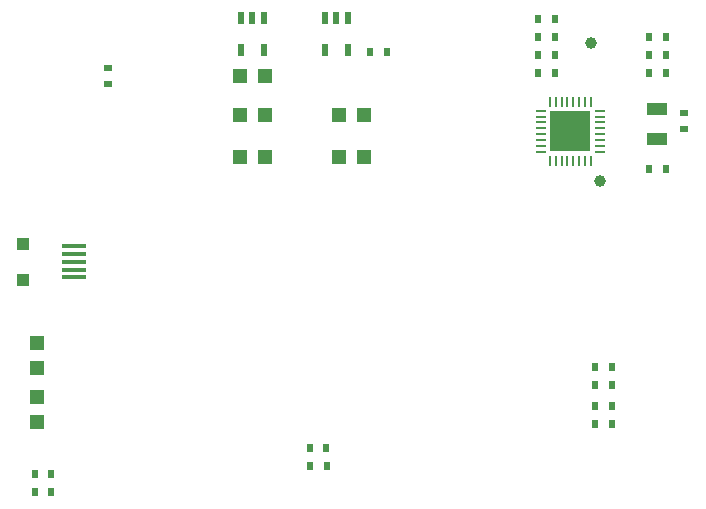
<source format=gbr>
%TF.GenerationSoftware,KiCad,Pcbnew,(5.1.9-0-10_14)*%
%TF.CreationDate,2021-02-18T22:12:25+01:00*%
%TF.ProjectId,ledTruck,6c656454-7275-4636-9b2e-6b696361645f,rev?*%
%TF.SameCoordinates,Original*%
%TF.FileFunction,Paste,Top*%
%TF.FilePolarity,Positive*%
%FSLAX46Y46*%
G04 Gerber Fmt 4.6, Leading zero omitted, Abs format (unit mm)*
G04 Created by KiCad (PCBNEW (5.1.9-0-10_14)) date 2021-02-18 22:12:25*
%MOMM*%
%LPD*%
G01*
G04 APERTURE LIST*
%ADD10R,1.800000X1.000000*%
%ADD11R,2.150000X0.400000*%
%ADD12R,1.000000X1.000000*%
%ADD13C,1.000000*%
%ADD14R,1.200000X1.200000*%
%ADD15R,0.600000X1.050000*%
%ADD16R,0.600000X0.800000*%
%ADD17R,0.800000X0.600000*%
%ADD18R,0.280000X0.850000*%
%ADD19R,0.850000X0.280000*%
%ADD20R,3.450000X3.450000*%
G04 APERTURE END LIST*
D10*
%TO.C,Y1*%
X161544000Y-83078000D03*
X161544000Y-85578000D03*
%TD*%
D11*
%TO.C,J2*%
X112126000Y-97312000D03*
X112126000Y-96662000D03*
X112126000Y-96012000D03*
X112126000Y-95362000D03*
D12*
X107816000Y-97512000D03*
D11*
X112126000Y-94712000D03*
D12*
X107816000Y-94512000D03*
%TD*%
D13*
%TO.C,BOOT0*%
X156718000Y-89194000D03*
%TD*%
%TO.C,RST1*%
X155956000Y-77470000D03*
%TD*%
D14*
%TO.C,C9*%
X126204000Y-87122000D03*
X128304000Y-87122000D03*
%TD*%
%TO.C,C7*%
X134586000Y-83566000D03*
X136686000Y-83566000D03*
%TD*%
%TO.C,C4*%
X126204000Y-83566000D03*
X128304000Y-83566000D03*
%TD*%
%TO.C,C1*%
X134586000Y-87122000D03*
X136686000Y-87122000D03*
%TD*%
D15*
%TO.C,U2*%
X135316000Y-75358000D03*
X134366000Y-75358000D03*
X133416000Y-75358000D03*
X133416000Y-78058000D03*
X135316000Y-78058000D03*
%TD*%
D16*
%TO.C,R13*%
X160844000Y-78486000D03*
X162244000Y-78486000D03*
%TD*%
%TO.C,R12*%
X160844000Y-76962000D03*
X162244000Y-76962000D03*
%TD*%
%TO.C,R11*%
X108834000Y-114012000D03*
X110234000Y-114012000D03*
%TD*%
%TO.C,R10*%
X108834000Y-115512000D03*
X110234000Y-115512000D03*
%TD*%
%TO.C,R9*%
X151446000Y-80010000D03*
X152846000Y-80010000D03*
%TD*%
D17*
%TO.C,R8*%
X163830000Y-84774000D03*
X163830000Y-83374000D03*
%TD*%
D16*
%TO.C,R7*%
X137222000Y-78232000D03*
X138622000Y-78232000D03*
%TD*%
%TO.C,R6*%
X157672000Y-109728000D03*
X156272000Y-109728000D03*
%TD*%
%TO.C,R5*%
X156272000Y-106426000D03*
X157672000Y-106426000D03*
%TD*%
%TO.C,R4*%
X132142000Y-113284000D03*
X133542000Y-113284000D03*
%TD*%
%TO.C,R3*%
X157672000Y-108204000D03*
X156272000Y-108204000D03*
%TD*%
%TO.C,R2*%
X157672000Y-104902000D03*
X156272000Y-104902000D03*
%TD*%
%TO.C,R1*%
X132128000Y-111760000D03*
X133528000Y-111760000D03*
%TD*%
D14*
%TO.C,L1*%
X128338000Y-80264000D03*
X126238000Y-80264000D03*
%TD*%
%TO.C,D2*%
X109034000Y-107462000D03*
X109034000Y-109562000D03*
%TD*%
%TO.C,D1*%
X109034000Y-102912000D03*
X109034000Y-105012000D03*
%TD*%
D16*
%TO.C,C8*%
X152846000Y-78486000D03*
X151446000Y-78486000D03*
%TD*%
%TO.C,C6*%
X152846000Y-76962000D03*
X151446000Y-76962000D03*
%TD*%
%TO.C,C5*%
X152846000Y-75464000D03*
X151446000Y-75464000D03*
%TD*%
%TO.C,C3*%
X160844000Y-80010000D03*
X162244000Y-80010000D03*
%TD*%
%TO.C,C2*%
X160844000Y-88138000D03*
X162244000Y-88138000D03*
%TD*%
D18*
%TO.C,U1*%
X152440000Y-87437000D03*
D19*
X151715000Y-83212000D03*
D18*
X155940000Y-82487000D03*
D20*
X154190000Y-84962000D03*
D19*
X156665000Y-86712000D03*
X156665000Y-86212000D03*
X156665000Y-85712000D03*
X156665000Y-85212000D03*
X156665000Y-84712000D03*
X156665000Y-84212000D03*
X156665000Y-83712000D03*
X156665000Y-83212000D03*
D18*
X155440000Y-82487000D03*
X154940000Y-82487000D03*
X154440000Y-82487000D03*
X153940000Y-82487000D03*
X153440000Y-82487000D03*
X152940000Y-82487000D03*
X152440000Y-82487000D03*
D19*
X151715000Y-83712000D03*
X151715000Y-84212000D03*
X151715000Y-84712000D03*
X151715000Y-85212000D03*
X151715000Y-85712000D03*
X151715000Y-86212000D03*
X151715000Y-86712000D03*
D18*
X152940000Y-87437000D03*
X153440000Y-87437000D03*
X153940000Y-87437000D03*
X154440000Y-87437000D03*
X154940000Y-87437000D03*
X155440000Y-87437000D03*
X155940000Y-87437000D03*
%TD*%
D17*
%TO.C,R14*%
X115062000Y-80964000D03*
X115062000Y-79564000D03*
%TD*%
D15*
%TO.C,U3*%
X128204000Y-78058000D03*
X126304000Y-78058000D03*
X126304000Y-75358000D03*
X127254000Y-75358000D03*
X128204000Y-75358000D03*
%TD*%
M02*

</source>
